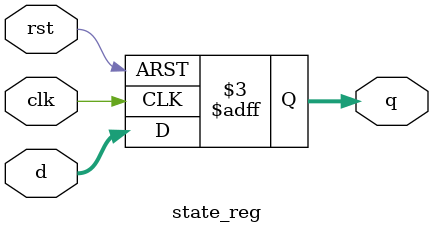
<source format=v>
module state_reg(d, clk, rst, q);
		input [4:0] d;
		input clk, rst;
		output reg [4:0] q;
		
		parameter num_bits = 5;
		
		always @ (posedge clk or posedge rst) begin
			if (rst == 1'b1)
				q <= {num_bits{1'b0}};
			else begin
				q <= d;
			end
		end

endmodule

</source>
